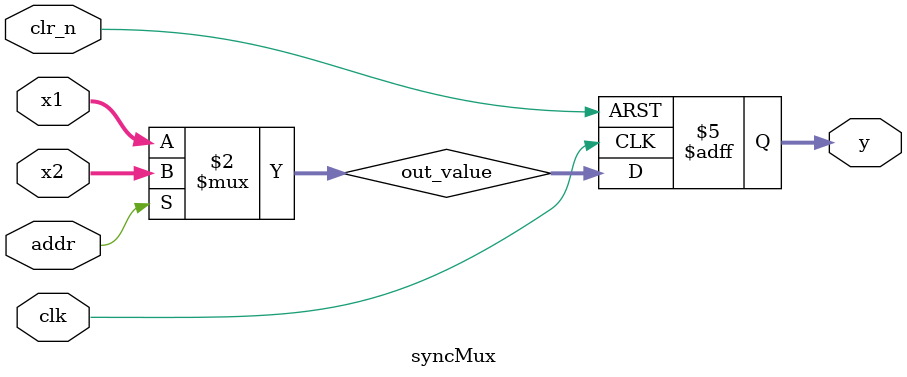
<source format=sv>
module syncMux 
(
  x1, x2, y, addr, clk, clr_n
);
  
  input logic [15:0] x1;
  input logic [15:0] x2;
  input logic addr;
  input logic clk;
  input logic clr_n;
  output logic [15:0] y;
  
  logic [15:0] out_value;
  
  always_comb begin
    out_value  = addr ? x2 : x1;
  end
  
  always_ff @(posedge clk or negedge clr_n)
  begin
    if (clr_n == 0)
      y <= 0;
    else
      y <= out_value;
  end
  
endmodule
</source>
